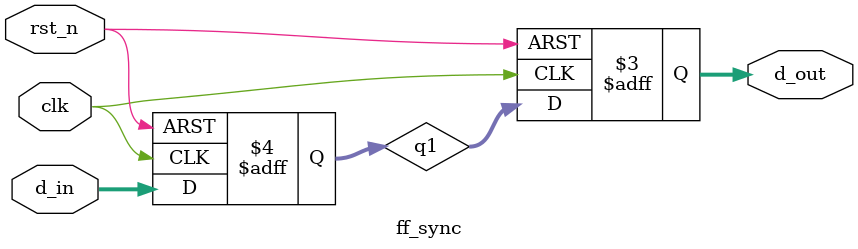
<source format=sv>
`timescale 1ns/1ps

module ff_sync
    #(parameter AW = 4)
    (input clk,
     input rst_n,
     input [AW-1:0] d_in,
     output logic [AW-1:0] d_out);

    reg [AW-1:0] q1;

    always @(posedge clk or negedge rst_n) begin
        if (~rst_n) begin
            q1 <= 0;
            d_out <= 0;
        end else begin
            q1 <= d_in;
            d_out <= q1;
        end
    end
endmodule

</source>
